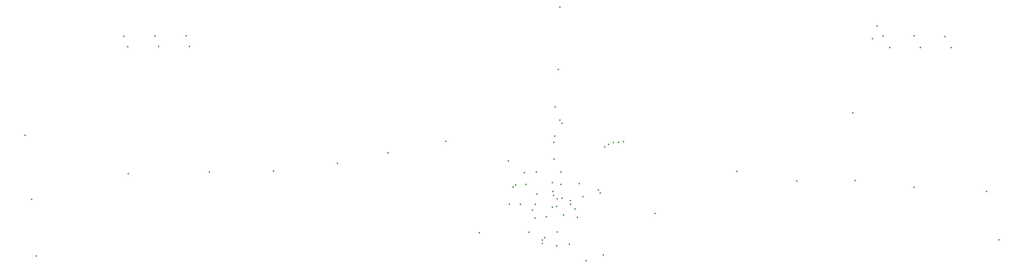
<source format=gbr>
G04 EAGLE Gerber RS-274X export*
G75*
%MOMM*%
%FSLAX34Y34*%
%LPD*%
%INVias*%
%IPPOS*%
%AMOC8*
5,1,8,0,0,1.08239X$1,22.5*%
G01*
%ADD10C,0.525000*%


D10*
X1687271Y2718D03*
X1632915Y56744D03*
X1614449Y151499D03*
X2747594Y731929D03*
X2647772Y731243D03*
X2847873Y729491D03*
X192024Y730098D03*
X292786Y731495D03*
X393090Y731799D03*
X1636395Y198095D03*
X1677035Y210210D03*
X1591890Y51054D03*
X1521612Y140818D03*
X1545285Y59080D03*
X1553032Y77445D03*
X1545692Y70030D03*
X1593825Y96545D03*
X1502283Y95123D03*
X1651787Y170713D03*
X1487424Y288188D03*
X1583817Y332613D03*
X1608912Y205715D03*
X1557884Y144983D03*
X1492021Y250190D03*
X1525880Y290601D03*
X2668829Y694334D03*
X2768244Y693776D03*
X2868397Y693598D03*
X204267Y696849D03*
X304571Y697459D03*
X404393Y697687D03*
X1439316Y186233D03*
X1523111Y185674D03*
X1664995Y252908D03*
X1909750Y156235D03*
X1605305Y290220D03*
X1474292Y185674D03*
X1636827Y186055D03*
X1727079Y232912D03*
X1602171Y824900D03*
X1609423Y448640D03*
X1597386Y622529D03*
X1602568Y458748D03*
X1585595Y406984D03*
X1435938Y326387D03*
X1742796Y21361D03*
X1341145Y94031D03*
X-106477Y202463D03*
X-127203Y409346D03*
X-91237Y18237D03*
X1577594Y177038D03*
X1451094Y241950D03*
X206375Y284709D03*
X1592047Y179603D03*
X1459078Y249022D03*
X1732331Y222174D03*
X468503Y291338D03*
X675996Y293116D03*
X882523Y318973D03*
X1045642Y353060D03*
X1233018Y390423D03*
X1582649Y386651D03*
X1527708Y219354D03*
X1659153Y143993D03*
X2174820Y292282D03*
X1747266Y372135D03*
X1577518Y256362D03*
X2368169Y261391D03*
X1759915Y380213D03*
X1605661Y250520D03*
X2557653Y263119D03*
X1774622Y386029D03*
X1579369Y227358D03*
X2747696Y241376D03*
X1792104Y386252D03*
X1581658Y214401D03*
X2982747Y227406D03*
X1808277Y389001D03*
X1593825Y203479D03*
X3022261Y70866D03*
X1513662Y167183D03*
X1587144Y501879D03*
X2549347Y482346D03*
X2613431Y722528D03*
X2628748Y763219D03*
M02*

</source>
